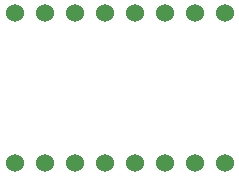
<source format=gbs>
G75*
G70*
%OFA0B0*%
%FSLAX24Y24*%
%IPPOS*%
%LPD*%
%AMOC8*
5,1,8,0,0,1.08239X$1,22.5*
%
%ADD10C,0.0600*%
D10*
X000663Y000650D03*
X001663Y000650D03*
X002663Y000650D03*
X003663Y000650D03*
X004663Y000650D03*
X005663Y000650D03*
X006663Y000650D03*
X007663Y000650D03*
X007663Y005650D03*
X006663Y005650D03*
X005663Y005650D03*
X004663Y005650D03*
X003663Y005650D03*
X002663Y005650D03*
X001663Y005650D03*
X000663Y005650D03*
M02*

</source>
